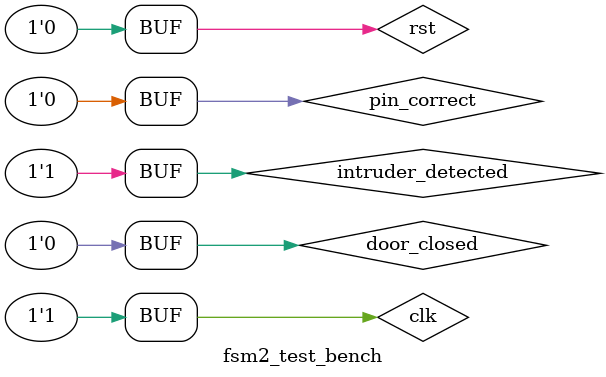
<source format=v>
module fsm2_test_bench();

reg clk, rst, pin_correct, door_closed, intruder_detected;
wire lock_state, alarm_state;

fsm2 test_fsm(clk, rst, pin_correct, door_closed, intruder_detected, lock_state, alarm_state);

initial begin
  pin_correct = 0;
  door_closed = 0;
  intruder_detected = 0;
end

initial begin
  #10 rst=1;
  #10 rst=0;
  #10
    clk=0;
    pin_correct = 1;
    door_closed = 1;
    intruder_detected = 0;
  #10  clk=1;
  #10
    clk=0;
    pin_correct = 0;
    door_closed = 0;
    intruder_detected = 0;
  #10  clk=1;
  
  #10 rst=1;
  #10 rst=0;
  #10
    clk=0;
    pin_correct = 1;
    door_closed = 1;
    intruder_detected = 0;
  #10  clk=1;
  #10
    clk=0;
    pin_correct = 0;
    door_closed = 0;
    intruder_detected = 1;
  #10  clk=1;
  #10
    clk=0;
    pin_correct = 1;
    door_closed = 0;
    intruder_detected = 0;
  #10  clk=1;
  
  #10 rst=1;
  #10 rst=0;
  #10
    clk=0;
    pin_correct = 1;
    door_closed = 1;
    intruder_detected = 0;
  #10  clk=1;
  #10
    clk=0;
    pin_correct = 0;
    door_closed = 0;
    intruder_detected = 1;
  #10  clk=1;
  #10
    clk=0;
    pin_correct = 0;
    door_closed = 0;
    intruder_detected = 0;
  #10  clk=1;
  
  #10 rst=1;
  #10 rst=0;
  #10
    clk=0;
    pin_correct = 0;
    door_closed = 0;
    intruder_detected = 1;
  #10  clk=1;
  
  
end

endmodule
</source>
